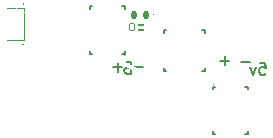
<source format=gbr>
G04 #@! TF.GenerationSoftware,KiCad,Pcbnew,7.0.9-7.0.9~ubuntu20.04.1*
G04 #@! TF.CreationDate,2023-12-28T04:07:49+00:00*
G04 #@! TF.ProjectId,yote,796f7465-2e6b-4696-9361-645f70636258,rev?*
G04 #@! TF.SameCoordinates,Original*
G04 #@! TF.FileFunction,Legend,Bot*
G04 #@! TF.FilePolarity,Positive*
%FSLAX46Y46*%
G04 Gerber Fmt 4.6, Leading zero omitted, Abs format (unit mm)*
G04 Created by KiCad (PCBNEW 7.0.9-7.0.9~ubuntu20.04.1) date 2023-12-28 04:07:49*
%MOMM*%
%LPD*%
G01*
G04 APERTURE LIST*
G04 Aperture macros list*
%AMRoundRect*
0 Rectangle with rounded corners*
0 $1 Rounding radius*
0 $2 $3 $4 $5 $6 $7 $8 $9 X,Y pos of 4 corners*
0 Add a 4 corners polygon primitive as box body*
4,1,4,$2,$3,$4,$5,$6,$7,$8,$9,$2,$3,0*
0 Add four circle primitives for the rounded corners*
1,1,$1+$1,$2,$3*
1,1,$1+$1,$4,$5*
1,1,$1+$1,$6,$7*
1,1,$1+$1,$8,$9*
0 Add four rect primitives between the rounded corners*
20,1,$1+$1,$2,$3,$4,$5,0*
20,1,$1+$1,$4,$5,$6,$7,0*
20,1,$1+$1,$6,$7,$8,$9,0*
20,1,$1+$1,$8,$9,$2,$3,0*%
%AMFreePoly0*
4,1,59,-0.493204,1.039632,-0.294356,0.979312,-0.111096,0.881358,0.049533,0.749533,0.181358,0.588904,0.279312,0.405644,0.339632,0.206796,0.360000,0.000000,0.339632,-0.206796,0.279312,-0.405644,0.181358,-0.588904,0.049533,-0.749533,-0.111096,-0.881358,-0.294356,-0.979312,-0.493204,-1.039632,-0.700000,-1.060000,-0.906796,-1.039632,-1.105644,-0.979312,-1.288904,-0.881358,-1.449533,-0.749533,
-1.581358,-0.588904,-1.679312,-0.405644,-1.739632,-0.206796,-1.760000,0.000000,-1.264832,0.000000,-1.245586,-0.146189,-1.189159,-0.282416,-1.099397,-0.399397,-0.982416,-0.489159,-0.846189,-0.545586,-0.700000,-0.564832,-0.553811,-0.545586,-0.417584,-0.489159,-0.300603,-0.399397,-0.210841,-0.282416,-0.154414,-0.146189,-0.135168,0.000000,-0.154414,0.146189,-0.210841,0.282416,-0.300603,0.399397,
-0.417584,0.489159,-0.553811,0.545586,-0.700000,0.564832,-0.846189,0.545586,-0.982416,0.489159,-1.099397,0.399397,-1.189159,0.282416,-1.245586,0.146189,-1.264832,0.000000,-1.760000,0.000000,-1.739632,0.206796,-1.679312,0.405644,-1.581358,0.588904,-1.449533,0.749533,-1.288904,0.881358,-1.105644,0.979312,-0.906796,1.039632,-0.700000,1.060000,-0.493204,1.039632,-0.493204,1.039632,
$1*%
G04 Aperture macros list end*
%ADD10C,0.150000*%
%ADD11C,0.127000*%
%ADD12C,0.100000*%
%ADD13C,0.120000*%
%ADD14C,1.000000*%
%ADD15C,0.990600*%
%ADD16R,0.250000X0.270000*%
%ADD17R,0.600000X0.500000*%
%ADD18R,0.270000X0.250000*%
%ADD19R,0.600000X0.800000*%
%ADD20R,1.400000X1.050000*%
%ADD21R,1.100000X0.350000*%
%ADD22C,0.800000*%
%ADD23R,0.750000X0.450000*%
%ADD24FreePoly0,0.000000*%
%ADD25FreePoly0,180.000000*%
%ADD26R,0.355600X0.254000*%
%ADD27R,0.635000X2.057400*%
%ADD28R,1.549400X1.143000*%
%ADD29R,1.092200X0.508000*%
%ADD30RoundRect,0.147500X0.147500X0.172500X-0.147500X0.172500X-0.147500X-0.172500X0.147500X-0.172500X0*%
%ADD31RoundRect,0.050000X0.200000X0.275000X-0.200000X0.275000X-0.200000X-0.275000X0.200000X-0.275000X0*%
%ADD32RoundRect,0.050000X0.200000X0.050000X-0.200000X0.050000X-0.200000X-0.050000X0.200000X-0.050000X0*%
%ADD33R,0.800000X0.600000*%
G04 APERTURE END LIST*
D10*
X101850001Y-71700000D02*
G75*
G03*
X101850001Y-71700000I-1J0D01*
G01*
X101900001Y-68300000D02*
G75*
G03*
X101900001Y-68300000I-1J0D01*
G01*
X121887030Y-73269819D02*
X122363220Y-73269819D01*
X122363220Y-73269819D02*
X122410839Y-73746009D01*
X122410839Y-73746009D02*
X122363220Y-73698390D01*
X122363220Y-73698390D02*
X122267982Y-73650771D01*
X122267982Y-73650771D02*
X122029887Y-73650771D01*
X122029887Y-73650771D02*
X121934649Y-73698390D01*
X121934649Y-73698390D02*
X121887030Y-73746009D01*
X121887030Y-73746009D02*
X121839411Y-73841247D01*
X121839411Y-73841247D02*
X121839411Y-74079342D01*
X121839411Y-74079342D02*
X121887030Y-74174580D01*
X121887030Y-74174580D02*
X121934649Y-74222200D01*
X121934649Y-74222200D02*
X122029887Y-74269819D01*
X122029887Y-74269819D02*
X122267982Y-74269819D01*
X122267982Y-74269819D02*
X122363220Y-74222200D01*
X122363220Y-74222200D02*
X122410839Y-74174580D01*
X121063220Y-73188866D02*
X120301316Y-73188866D01*
X110263220Y-73638866D02*
X109501316Y-73638866D01*
X109882268Y-74019819D02*
X109882268Y-73257914D01*
X112013220Y-73638866D02*
X111251316Y-73638866D01*
X121558458Y-73603152D02*
X121320363Y-74269819D01*
X121320363Y-74269819D02*
X121082268Y-73603152D01*
X119313220Y-73088866D02*
X118551316Y-73088866D01*
X118932268Y-73469819D02*
X118932268Y-72707914D01*
X110679887Y-73671009D02*
X110537030Y-73718628D01*
X110537030Y-73718628D02*
X110489411Y-73766247D01*
X110489411Y-73766247D02*
X110441792Y-73861485D01*
X110441792Y-73861485D02*
X110441792Y-74004342D01*
X110441792Y-74004342D02*
X110489411Y-74099580D01*
X110489411Y-74099580D02*
X110537030Y-74147200D01*
X110537030Y-74147200D02*
X110632268Y-74194819D01*
X110632268Y-74194819D02*
X111013220Y-74194819D01*
X111013220Y-74194819D02*
X111013220Y-73194819D01*
X111013220Y-73194819D02*
X110679887Y-73194819D01*
X110679887Y-73194819D02*
X110584649Y-73242438D01*
X110584649Y-73242438D02*
X110537030Y-73290057D01*
X110537030Y-73290057D02*
X110489411Y-73385295D01*
X110489411Y-73385295D02*
X110489411Y-73480533D01*
X110489411Y-73480533D02*
X110537030Y-73575771D01*
X110537030Y-73575771D02*
X110584649Y-73623390D01*
X110584649Y-73623390D02*
X110679887Y-73671009D01*
X110679887Y-73671009D02*
X111013220Y-73671009D01*
D11*
X113770000Y-70475000D02*
X113990000Y-70475000D01*
X113770000Y-70725000D02*
X113770000Y-70475000D01*
X113770000Y-73975000D02*
X113763137Y-73703271D01*
X113990000Y-73985000D02*
X113770000Y-73975000D01*
X117050000Y-70475000D02*
X117270000Y-70475000D01*
X117050000Y-73975000D02*
X117270000Y-73975000D01*
X117270000Y-70475000D02*
X117270000Y-70725000D01*
X117270000Y-73975000D02*
X117270000Y-73725000D01*
D12*
X113990000Y-73985000D02*
X113763137Y-73985000D01*
X113763137Y-73703271D01*
X113990000Y-73985000D01*
G36*
X113990000Y-73985000D02*
G01*
X113763137Y-73985000D01*
X113763137Y-73703271D01*
X113990000Y-73985000D01*
G37*
D11*
X107489999Y-68499999D02*
X107489999Y-68724999D01*
X107489999Y-68499999D02*
X107714999Y-68499999D01*
X107489999Y-72499999D02*
X107489999Y-72274999D01*
X107489999Y-72499999D02*
X107714999Y-72499999D01*
X110489999Y-68499999D02*
X110264999Y-68499999D01*
X110489999Y-68499999D02*
X110489999Y-68724999D01*
X110489999Y-72499999D02*
X110264999Y-72499999D01*
X110489999Y-72499999D02*
X110489999Y-72274999D01*
D12*
X110439999Y-72674999D02*
G75*
G03*
X110439999Y-72674999I-25000J0D01*
G01*
D11*
X120904983Y-79294529D02*
X120904983Y-79069529D01*
X120904983Y-79294529D02*
X120679983Y-79294529D01*
X120904983Y-75294529D02*
X120904983Y-75519529D01*
X120904983Y-75294529D02*
X120679983Y-75294529D01*
X117904983Y-79294529D02*
X118129983Y-79294529D01*
X117904983Y-79294529D02*
X117904983Y-79069529D01*
X117904983Y-75294529D02*
X118129983Y-75294529D01*
X117904983Y-75294529D02*
X117904983Y-75519529D01*
D12*
X118004983Y-75119529D02*
G75*
G03*
X118004983Y-75119529I-25000J0D01*
G01*
X116460000Y-76645000D02*
G75*
G03*
X116460000Y-76645000I-50000J0D01*
G01*
D13*
X101977000Y-71371601D02*
X100520900Y-71371601D01*
X101977000Y-68628401D02*
X101977000Y-71371601D01*
X100520900Y-68625001D02*
X101977000Y-68625001D01*
D12*
X112897500Y-69200000D02*
G75*
G03*
X112897500Y-69200000I-50000J0D01*
G01*
%LPC*%
D14*
X111660000Y-74420000D03*
X111660000Y-74420000D03*
X120650000Y-72400000D03*
X120650000Y-72400000D03*
X119200000Y-72000000D03*
X119200000Y-72000000D03*
X108980000Y-73220000D03*
X108980000Y-73220000D03*
D15*
X101740000Y-67500000D03*
X102756000Y-72580000D03*
X100724000Y-72580000D03*
D16*
X103555000Y-72070000D03*
X104105000Y-72070000D03*
X102550000Y-67760000D03*
X103100000Y-67760000D03*
D17*
X105370000Y-68160000D03*
X106370000Y-68160000D03*
D18*
X107160000Y-68350000D03*
X107160000Y-68900000D03*
X119270000Y-74225000D03*
X119270000Y-73675000D03*
D16*
X100835000Y-71700000D03*
X101385000Y-71700000D03*
D19*
X102400000Y-68650000D03*
X103800000Y-68650000D03*
D18*
X119810000Y-73680000D03*
X119810000Y-74230000D03*
D20*
X113720000Y-72950000D03*
X117320000Y-72950000D03*
X113720000Y-71500000D03*
X117320000Y-71500000D03*
D21*
X115520000Y-73875000D03*
D18*
X118725000Y-73670000D03*
X118725000Y-74220000D03*
D19*
X115520000Y-77200000D03*
X116920000Y-77200000D03*
D18*
X106980000Y-71185000D03*
X106980000Y-71735000D03*
D22*
X108989999Y-69819999D03*
D23*
X109839999Y-71999999D03*
X109839999Y-71299999D03*
X108139999Y-71999999D03*
X108139999Y-71299999D03*
D24*
X109689999Y-69819999D03*
D22*
X119404983Y-77974529D03*
D23*
X118554983Y-75794529D03*
X118554983Y-76494529D03*
X120254983Y-75794529D03*
X120254983Y-76494529D03*
D25*
X118704983Y-77974529D03*
D26*
X116409999Y-76345500D03*
X115860000Y-76345500D03*
X115310001Y-76345500D03*
X115310001Y-74694500D03*
X115860000Y-74694500D03*
X116409999Y-74694500D03*
D27*
X117142700Y-75520000D03*
X114577300Y-75520000D03*
D28*
X115860000Y-75520000D03*
D18*
X117520000Y-76965000D03*
X117520000Y-77515000D03*
D16*
X113125000Y-69900000D03*
X112575000Y-69900000D03*
D29*
X102900000Y-70500000D03*
X102900000Y-69500002D03*
D30*
X112242500Y-69200000D03*
X111272500Y-69200000D03*
D18*
X104400000Y-71625000D03*
X104400000Y-71075000D03*
D31*
X111125000Y-70275000D03*
D32*
X111875000Y-70050000D03*
X111875000Y-70500000D03*
D18*
X111800000Y-71750000D03*
X111800000Y-71200000D03*
D19*
X102370000Y-71350000D03*
X103770000Y-71350000D03*
D16*
X100865000Y-68200000D03*
X101415000Y-68200000D03*
X118560000Y-74850000D03*
X118010000Y-74850000D03*
X107385000Y-73050000D03*
X107935000Y-73050000D03*
D33*
X113160000Y-73980000D03*
X113160000Y-75380000D03*
D17*
X111350000Y-72750000D03*
X112350000Y-72750000D03*
%LPD*%
M02*

</source>
